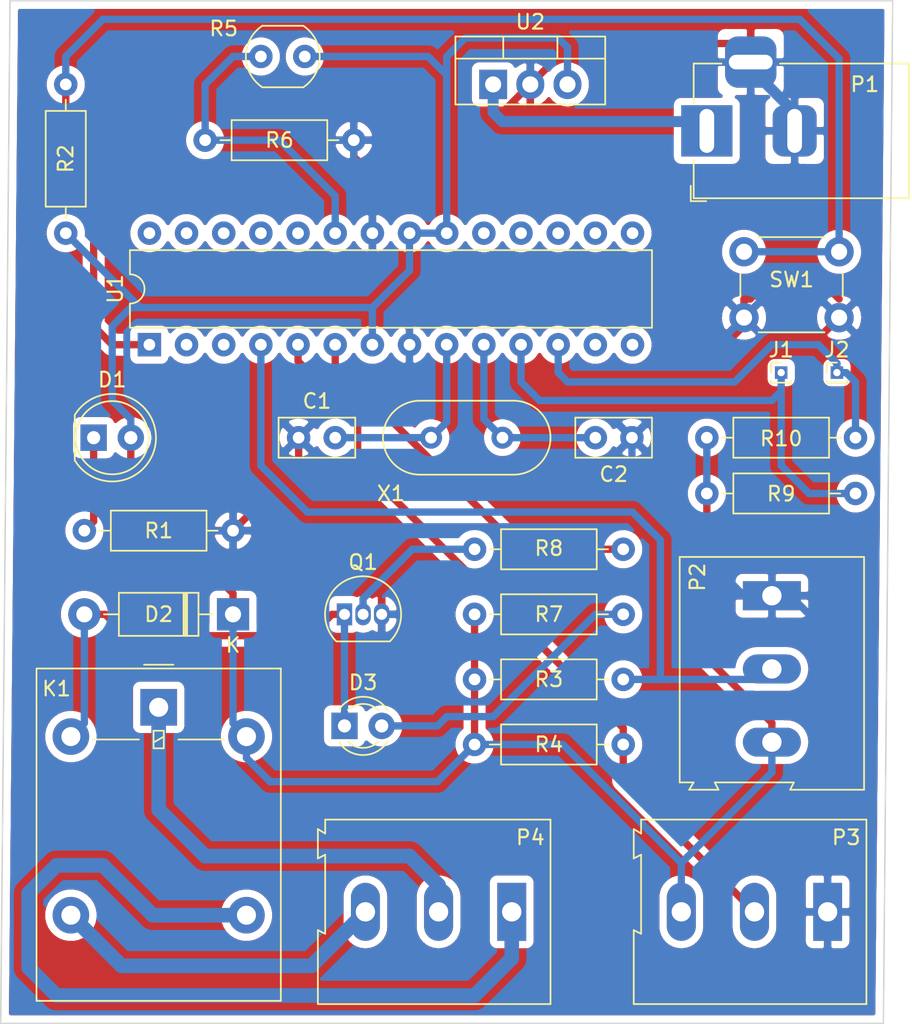
<source format=kicad_pcb>
(kicad_pcb (version 20221018) (generator pcbnew)
  (title_block (title "ARDUMINI") (date "2021-07-30") (rev "2") (company "LUCAS MARTÍN TRESER"))
  (layers (0 "F.Cu" signal) (31 "B.Cu" signal) (34 "B.Paste" user) (35 "F.Paste" user) (36 "B.SilkS" user "B.Silkscreen") (37 "F.SilkS" user "F.Silkscreen") (38 "B.Mask" user) (39 "F.Mask" user) (44 "Edge.Cuts" user))
  (net 0 "")
  (net 1 "Net-(C1-Pad2)")
  (net 2 "GND")
  (net 3 "Net-(C2-Pad2)")
  (net 4 "+5V")
  (net 5 "Net-(D1-Pad1)")
  (net 6 "Net-(D2-Pad2)")
  (net 7 "Net-(D3-Pad2)")
  (net 8 "Net-(K1-Pad4)")
  (net 9 "Net-(K1-Pad3)")
  (net 10 "Net-(K1-Pad1)")
  (net 11 "Net-(P1-Pad1)")
  (net 12 "/D2")
  (net 13 "/D3")
  (net 14 "Net-(Q1-Pad2)")
  (net 15 "Net-(R2-Pad2)")
  (net 16 "/A0")
  (net 17 "/D4")
  (net 18 "Net-(U1-Pad28)")
  (net 19 "Net-(U1-Pad14)")
  (net 20 "Net-(U1-Pad27)")
  (net 21 "Net-(U1-Pad13)")
  (net 22 "Net-(U1-Pad26)")
  (net 23 "Net-(U1-Pad25)")
  (net 24 "Net-(U1-Pad24)")
  (net 25 "Net-(U1-Pad19)")
  (net 26 "Net-(U1-Pad18)")
  (net 27 "Net-(U1-Pad17)")
  (net 28 "Net-(U1-Pad3)")
  (net 29 "Net-(U1-Pad16)")
  (net 30 "Net-(U1-Pad2)")
  (net 31 "Net-(U1-Pad15)")
  (net 32 "/D5")
  (net 33 "/D6")
  (footprint "Capacitor_THT:C_Disc_D5.0mm_W2.5mm_P2.50mm" (layer "F.Cu") (at 69.255 94.615)
    (fp_text reference "C1" (at 1.25 -2.5) (layer "F.SilkS"))
    (fp_text value "22pF")
    (fp_line (start -1.37 -1.37) (end -1.37 1.37) (stroke (width 0.12)) (layer "F.SilkS"))
    (fp_line (start -1.37 -1.37) (end 3.87 -1.37) (stroke (width 0.12)) (layer "F.SilkS"))
    (fp_line (start -1.37 1.37) (end 3.87 1.37) (stroke (width 0.12)) (layer "F.SilkS"))
    (fp_line (start 3.87 -1.37) (end 3.87 1.37) (stroke (width 0.12)) (layer "F.SilkS"))
    (pad "1" thru_hole circle (at 0 0) (size 1.6 1.6) (drill 0.8) (layers "*.Cu" "*.Mask") (net 2 "GND"))
    (pad "2" thru_hole circle (at 2.5 0) (size 1.6 1.6) (drill 0.8) (layers "*.Cu" "*.Mask") (net 1 "Net-(C1-Pad2)"))
  )
  (footprint "LED_THT:LED_D5.0mm" (layer "F.Cu") (at 55.245 94.615)
    (fp_text reference "D1" (at 1.27 -3.96) (layer "F.SilkS"))
    (fp_text value "LED ON")
    (fp_line (start -1.29 -1.545) (end -1.29 1.545) (stroke (width 0.12)) (layer "F.SilkS"))
    (fp_arc (start -1.29 -1.54483) (mid 2.072002 -2.880433) (end 4.26 0.000462) (stroke (width 0.12)) (layer "F.SilkS"))
    (fp_arc (start 4.26 -0.000462) (mid 2.072002 2.880433) (end -1.29 1.54483) (stroke (width 0.12)) (layer "F.SilkS"))
    (fp_circle (center 1.27 0) (end 3.77 0) (stroke (width 0.12)) (fill none) (layer "F.SilkS"))
    (pad "1" thru_hole rect (at 0 0) (size 1.8 1.8) (drill 0.9) (layers "*.Cu" "*.Mask") (net 5 "Net-(D1-Pad1)"))
    (pad "2" thru_hole circle (at 2.54 0) (size 1.8 1.8) (drill 0.9) (layers "*.Cu" "*.Mask") (net 4 "+5V"))
  )
  (footprint "Diode_THT:D_DO-41_SOD81_P10.16mm_Horizontal" (layer "F.Cu") (at 64.77 106.68 180)
    (fp_text reference "D2" (at 5.08 0) (layer "F.SilkS"))
    (fp_text value "1N4007")
    (fp_text user "K" (at 0 -2.1) (layer "F.SilkS"))
    (fp_line (start 1.34 0) (end 2.36 0) (stroke (width 0.12)) (layer "F.SilkS"))
    (fp_line (start 2.36 -1.47) (end 2.36 1.47) (stroke (width 0.12)) (layer "F.SilkS"))
    (fp_line (start 2.36 1.47) (end 7.8 1.47) (stroke (width 0.12)) (layer "F.SilkS"))
    (fp_line (start 3.14 -1.47) (end 3.14 1.47) (stroke (width 0.12)) (layer "F.SilkS"))
    (fp_line (start 3.26 -1.47) (end 3.26 1.47) (stroke (width 0.12)) (layer "F.SilkS"))
    (fp_line (start 3.38 -1.47) (end 3.38 1.47) (stroke (width 0.12)) (layer "F.SilkS"))
    (fp_line (start 7.8 -1.47) (end 2.36 -1.47) (stroke (width 0.12)) (layer "F.SilkS"))
    (fp_line (start 7.8 1.47) (end 7.8 -1.47) (stroke (width 0.12)) (layer "F.SilkS"))
    (fp_line (start 8.82 0) (end 7.8 0) (stroke (width 0.12)) (layer "F.SilkS"))
    (pad "1" thru_hole rect (at 0 0 180) (size 2.2 2.2) (drill 1.1) (layers "*.Cu" "*.Mask") (net 4 "+5V"))
    (pad "2" thru_hole oval (at 10.16 0 180) (size 2.2 2.2) (drill 1.1) (layers "*.Cu" "*.Mask") (net 6 "Net-(D2-Pad2)"))
  )
  (footprint "LED_THT:LED_D3.0mm" (layer "F.Cu") (at 72.39 114.3)
    (fp_text reference "D3" (at 1.27 -2.96) (layer "F.SilkS"))
    (fp_text value "LED")
    (fp_line (start -0.29 -1.236) (end -0.29 -1.08) (stroke (width 0.12)) (layer "F.SilkS"))
    (fp_line (start -0.29 1.08) (end -0.29 1.236) (stroke (width 0.12)) (layer "F.SilkS"))
    (fp_arc (start -0.29 -1.235516) (mid 1.366487 -1.987659) (end 2.942335 -1.078608) (stroke (width 0.12)) (layer "F.SilkS"))
    (fp_arc (start 0.229039 -1.08) (mid 1.270117 -1.5) (end 2.31113 -1.079837) (stroke (width 0.12)) (layer "F.SilkS"))
    (fp_arc (start 2.31113 1.079837) (mid 1.270117 1.5) (end 0.229039 1.08) (stroke (width 0.12)) (layer "F.SilkS"))
    (fp_arc (start 2.942335 1.078608) (mid 1.366487 1.987659) (end -0.29 1.235516) (stroke (width 0.12)) (layer "F.SilkS"))
    (pad "1" thru_hole rect (at 0 0) (size 1.8 1.8) (drill 0.9) (layers "*.Cu" "*.Mask") (net 6 "Net-(D2-Pad2)"))
    (pad "2" thru_hole circle (at 2.54 0) (size 1.8 1.8) (drill 0.9) (layers "*.Cu" "*.Mask") (net 7 "Net-(D3-Pad2)"))
  )
  (footprint "Connector_PinHeader_1.00mm:PinHeader_1x01_P1.00mm_Vertical" (layer "F.Cu") (at 102.235 90.17)
    (fp_text reference "J1" (at 0 -1.56) (layer "F.SilkS"))
    (fp_text value "D5")
    (fp_line (start -0.695 -0.685) (end 0 -0.685) (stroke (width 0.12)) (layer "F.SilkS"))
    (fp_line (start -0.695 0) (end -0.695 -0.685) (stroke (width 0.12)) (layer "F.SilkS"))
    (fp_line (start -0.695 0.685) (end -0.695 0.56) (stroke (width 0.12)) (layer "F.SilkS"))
    (fp_line (start -0.695 0.685) (end -0.608276 0.685) (stroke (width 0.12)) (layer "F.SilkS"))
    (fp_line (start -0.695 0.685) (end 0.695 0.685) (stroke (width 0.12)) (layer "F.SilkS"))
    (fp_line (start 0.608276 0.685) (end 0.695 0.685) (stroke (width 0.12)) (layer "F.SilkS"))
    (fp_line (start 0.695 0.685) (end 0.695 0.56) (stroke (width 0.12)) (layer "F.SilkS"))
    (pad "1" thru_hole rect (at 0 0) (size 0.85 0.85) (drill 0.5) (layers "*.Cu" "*.Mask") (net 32 "/D5"))
  )
  (footprint "Connector_PinHeader_1.00mm:PinHeader_1x01_P1.00mm_Vertical" (layer "F.Cu") (at 106.045 90.17)
    (fp_text reference "J2" (at 0 -1.56) (layer "F.SilkS"))
    (fp_text value "D6")
    (fp_line (start -0.695 -0.685) (end 0 -0.685) (stroke (width 0.12)) (layer "F.SilkS"))
    (fp_line (start -0.695 0) (end -0.695 -0.685) (stroke (width 0.12)) (layer "F.SilkS"))
    (fp_line (start -0.695 0.685) (end -0.695 0.56) (stroke (width 0.12)) (layer "F.SilkS"))
    (fp_line (start -0.695 0.685) (end -0.608276 0.685) (stroke (width 0.12)) (layer "F.SilkS"))
    (fp_line (start -0.695 0.685) (end 0.695 0.685) (stroke (width 0.12)) (layer "F.SilkS"))
    (fp_line (start 0.608276 0.685) (end 0.695 0.685) (stroke (width 0.12)) (layer "F.SilkS"))
    (fp_line (start 0.695 0.685) (end 0.695 0.56) (stroke (width 0.12)) (layer "F.SilkS"))
    (pad "1" thru_hole rect (at 0 0) (size 0.85 0.85) (drill 0.5) (layers "*.Cu" "*.Mask") (net 33 "/D6"))
  )
  (footprint "Relay_THT:Relay_SPDT_Omron-G5LE-1" (layer "F.Cu") (at 59.69 113.03)
    (fp_text reference "K1" (at -6.985 -1.27) (layer "F.SilkS"))
    (fp_text value "G5LE-1")
    (fp_line (start -8.35 -2.65) (end -8.35 20.05) (stroke (width 0.12)) (layer "F.SilkS"))
    (fp_line (start -8.35 20.05) (end 8.35 20.05) (stroke (width 0.12)) (layer "F.SilkS"))
    (fp_line (start -4.5 2.2) (end -1.35 2.2) (stroke (width 0.12)) (layer "F.SilkS"))
    (fp_line (start -1 -2.91) (end 1 -2.91) (stroke (width 0.12)) (layer "F.SilkS"))
    (fp_line (start -0.35 1.6) (end -0.35 2.8) (stroke (width 0.12)) (layer "F.SilkS"))
    (fp_line (start -0.35 2.4) (end 0.35 2) (stroke (width 0.12)) (layer "F.SilkS"))
    (fp_line (start -0.35 2.8) (end 0.35 2.8) (stroke (width 0.12)) (layer "F.SilkS"))
    (fp_line (start 0.35 1.6) (end -0.35 1.6) (stroke (width 0.12)) (layer "F.SilkS"))
    (fp_line (start 0.35 2.8) (end 0.35 1.6) (stroke (width 0.12)) (layer "F.SilkS"))
    (fp_line (start 1.35 2.2) (end 4.5 2.2) (stroke (width 0.12)) (layer "F.SilkS"))
    (fp_line (start 8.35 -2.65) (end -8.35 -2.65) (stroke (width 0.12)) (layer "F.SilkS"))
    (fp_line (start 8.35 20.05) (end 8.35 -2.65) (stroke (width 0.12)) (layer "F.SilkS"))
    (pad "1" thru_hole rect (at 0 0) (size 2.5 2.5) (drill 1.3) (layers "*.Cu" "*.Mask") (net 10 "Net-(K1-Pad1)"))
    (pad "2" thru_hole oval (at -6 2) (size 2.5 2.5) (drill 1.3) (layers "*.Cu" "*.Mask") (net 6 "Net-(D2-Pad2)"))
    (pad "3" thru_hole oval (at -6 14.2) (size 2.5 2.5) (drill 1.3) (layers "*.Cu" "*.Mask") (net 9 "Net-(K1-Pad3)"))
    (pad "4" thru_hole oval (at 6 14.2) (size 2.5 2.5) (drill 1.3) (layers "*.Cu" "*.Mask") (net 8 "Net-(K1-Pad4)"))
    (pad "5" thru_hole oval (at 6 2) (size 2.5 2.5) (drill 1.3) (layers "*.Cu" "*.Mask") (net 4 "+5V"))
  )
  (footprint "Connector_BarrelJack:BarrelJack_Horizontal" (layer "F.Cu") (at 97.155 73.66 180)
    (fp_text reference "P1" (at -10.795 3.175) (layer "F.SilkS"))
    (fp_text value "POWER")
    (fp_line (start -13.8 -4.6) (end 0.9 -4.6) (stroke (width 0.12)) (layer "F.SilkS"))
    (fp_line (start -13.8 4.6) (end -13.8 -4.6) (stroke (width 0.12)) (layer "F.SilkS"))
    (fp_line (start -5 4.6) (end -13.8 4.6) (stroke (width 0.12)) (layer "F.SilkS"))
    (fp_line (start 0.05 -4.8) (end 1.1 -4.8) (stroke (width 0.12)) (layer "F.SilkS"))
    (fp_line (start 0.9 -4.6) (end 0.9 -2) (stroke (width 0.12)) (layer "F.SilkS"))
    (fp_line (start 0.9 1.9) (end 0.9 4.6) (stroke (width 0.12)) (layer "F.SilkS"))
    (fp_line (start 0.9 4.6) (end -1 4.6) (stroke (width 0.12)) (layer "F.SilkS"))
    (fp_line (start 1.1 -3.75) (end 1.1 -4.8) (stroke (width 0.12)) (layer "F.SilkS"))
    (pad "1" thru_hole rect (at 0 0 180) (size 3.5 3.5) (drill oval 1 3) (layers "*.Cu" "*.Mask") (net 11 "Net-(P1-Pad1)"))
    (pad "2" thru_hole roundrect (at -6 0 180) (size 3 3.5) (drill oval 1 3) (layers "*.Cu" "*.Mask") (net 2 "GND"))
    (pad "3" thru_hole roundrect (at -3 4.7 180) (size 3.5 3.5) (drill oval 3 1) (layers "*.Cu" "*.Mask") (net 2 "GND"))
  )
  (footprint "TerminalBlock:TerminalBlock_Altech_AK300-3_P5.00mm" (layer "F.Cu") (at 101.6 105.41 -90)
    (fp_text reference "P2" (at -1.27 5.08 90) (layer "F.SilkS"))
    (fp_text value "DS18B20")
    (fp_line (start -2.65 -6.3) (end -2.65 6.3) (stroke (width 0.12)) (layer "F.SilkS"))
    (fp_line (start -2.65 6.3) (end 12.75 6.3) (stroke (width 0.12)) (layer "F.SilkS"))
    (fp_line (start 12.75 -1.5) (end 13.25 -1.25) (stroke (width 0.12)) (layer "F.SilkS"))
    (fp_line (start 12.75 3.9) (end 12.75 -1.5) (stroke (width 0.12)) (layer "F.SilkS"))
    (fp_line (start 12.75 5.35) (end 13.25 5.65) (stroke (width 0.12)) (layer "F.SilkS"))
    (fp_line (start 12.75 6.3) (end 12.75 5.35) (stroke (width 0.12)) (layer "F.SilkS"))
    (fp_line (start 13.25 -6.3) (end -2.65 -6.3) (stroke (width 0.12)) (layer "F.SilkS"))
    (fp_line (start 13.25 -1.25) (end 13.25 -6.3) (stroke (width 0.12)) (layer "F.SilkS"))
    (fp_line (start 13.25 3.65) (end 12.75 3.9) (stroke (width 0.12)) (layer "F.SilkS"))
    (fp_line (start 13.25 5.65) (end 13.25 3.65) (stroke (width 0.12)) (layer "F.SilkS"))
    (pad "1" thru_hole rect (at 0 0 270) (size 1.98 3.96) (drill 1.32) (layers "*.Cu" "*.Mask") (net 2 "GND"))
    (pad "2" thru_hole oval (at 5 0 270) (size 1.98 3.96) (drill 1.32) (layers "*.Cu" "*.Mask") (net 12 "/D2"))
    (pad "3" thru_hole oval (at 10 0 270) (size 1.98 3.96) (drill 1.32) (layers "*.Cu" "*.Mask") (net 4 "+5V"))
  )
  (footprint "TerminalBlock:TerminalBlock_Altech_AK300-3_P5.00mm" (layer "F.Cu") (at 83.82 127 180)
    (fp_text reference "P4" (at -1.27 5.08) (layer "F.SilkS"))
    (fp_text value "RELAY")
    (fp_line (start -2.65 -6.3) (end -2.65 6.3) (stroke (width 0.12)) (layer "F.SilkS"))
    (fp_line (start -2.65 6.3) (end 12.75 6.3) (stroke (width 0.12)) (layer "F.SilkS"))
    (fp_line (start 12.75 -1.5) (end 13.25 -1.25) (stroke (width 0.12)) (layer "F.SilkS"))
    (fp_line (start 12.75 3.9) (end 12.75 -1.5) (stroke (width 0.12)) (layer "F.SilkS"))
    (fp_line (start 12.75 5.35) (end 13.25 5.65) (stroke (width 0.12)) (layer "F.SilkS"))
    (fp_line (start 12.75 6.3) (end 12.75 5.35) (stroke (width 0.12)) (layer "F.SilkS"))
    (fp_line (start 13.25 -6.3) (end -2.65 -6.3) (stroke (width 0.12)) (layer "F.SilkS"))
    (fp_line (start 13.25 -1.25) (end 13.25 -6.3) (stroke (width 0.12)) (layer "F.SilkS"))
    (fp_line (start 13.25 3.65) (end 12.75 3.9) (stroke (width 0.12)) (layer "F.SilkS"))
    (fp_line (start 13.25 5.65) (end 13.25 3.65) (stroke (width 0.12)) (layer "F.SilkS"))
    (pad "1" thru_hole rect (at 0 0 180) (size 1.98 3.96) (drill 1.32) (layers "*.Cu" "*.Mask") (net 8 "Net-(K1-Pad4)"))
    (pad "2" thru_hole oval (at 5 0 180) (size 1.98 3.96) (drill 1.32) (layers "*.Cu" "*.Mask") (net 10 "Net-(K1-Pad1)"))
    (pad "3" thru_hole oval (at 10 0 180) (size 1.98 3.96) (drill 1.32) (layers "*.Cu" "*.Mask") (net 9 "Net-(K1-Pad3)"))
  )
  (footprint "Package_TO_SOT_THT:TO-92_Inline" (layer "F.Cu") (at 72.39 106.68)
    (fp_text reference "Q1" (at 1.27 -3.56) (layer "F.SilkS"))
    (fp_text value "BC548")
    (fp_line (start -0.53 1.85) (end 3.07 1.85) (stroke (width 0.12)) (layer "F.SilkS"))
    (fp_arc (start -0.568478 1.838478) (mid -1.132087 -0.994977) (end 1.27 -2.6) (stroke (width 0.12)) (layer "F.SilkS"))
    (fp_arc (start 1.27 -2.6) (mid 3.672087 -0.994977) (end 3.108478 1.838478) (stroke (width 0.12)) (layer "F.SilkS"))
    (pad "1" thru_hole rect (at 0 0) (size 1.05 1.5) (drill 0.75) (layers "*.Cu" "*.Mask") (net 6 "Net-(D2-Pad2)"))
    (pad "2" thru_hole oval (at 1.27 0) (size 1.05 1.5) (drill 0.75) (layers "*.Cu" "*.Mask") (net 14 "Net-(Q1-Pad2)"))
    (pad "3" thru_hole oval (at 2.54 0) (size 1.05 1.5) (drill 0.75) (layers "*.Cu" "*.Mask") (net 2 "GND"))
  )
  (footprint "Resistor_THT:R_Axial_DIN0207_L6.3mm_D2.5mm_P10.16mm_Horizontal" (layer "F.Cu") (at 54.61 100.965)
    (fp_text reference "R1" (at 5.08 0) (layer "F.SilkS"))
    (fp_text value "1k")
    (fp_line (start 1.04 0) (end 1.81 0) (stroke (width 0.12)) (layer "F.SilkS"))
    (fp_line (start 1.81 -1.37) (end 1.81 1.37) (stroke (width 0.12)) (layer "F.SilkS"))
    (fp_line (start 1.81 1.37) (end 8.35 1.37) (stroke (width 0.12)) (layer "F.SilkS"))
    (fp_line (start 8.35 -1.37) (end 1.81 -1.37) (stroke (width 0.12)) (layer "F.SilkS"))
    (fp_line (start 8.35 1.37) (end 8.35 -1.37) (stroke (width 0.12)) (layer "F.SilkS"))
    (fp_line (start 9.12 0) (end 8.35 0) (stroke (width 0.12)) (layer "F.SilkS"))
    (pad "1" thru_hole circle (at 0 0) (size 1.6 1.6) (drill 0.8) (layers "*.Cu" "*.Mask") (net 5 "Net-(D1-Pad1)"))
    (pad "2" thru_hole oval (at 10.16 0) (size 1.6 1.6) (drill 0.8) (layers "*.Cu" "*.Mask") (net 2 "GND"))
  )
  (footprint "Resistor_THT:R_Axial_DIN0207_L6.3mm_D2.5mm_P10.16mm_Horizontal" (layer "F.Cu") (at 53.34 80.645 90)
    (fp_text reference "R2" (at 5.08 0 90) (layer "F.SilkS"))
    (fp_text value "10k")
    (fp_line (start 1.04 0) (end 1.81 0) (stroke (width 0.12)) (layer "F.SilkS"))
    (fp_line (start 1.81 -1.37) (end 1.81 1.37) (stroke (width 0.12)) (layer "F.SilkS"))
    (fp_line (start 1.81 1.37) (end 8.35 1.37) (stroke (width 0.12)) (layer "F.SilkS"))
    (fp_line (start 8.35 -1.37) (end 1.81 -1.37) (stroke (width 0.12)) (layer "F.SilkS"))
    (fp_line (start 8.35 1.37) (end 8.35 -1.37) (stroke (width 0.12)) (layer "F.SilkS"))
    (fp_line (start 9.12 0) (end 8.35 0) (stroke (width 0.12)) (layer "F.SilkS"))
    (pad "1" thru_hole circle (at 0 0 90) (size 1.6 1.6) (drill 0.8) (layers "*.Cu" "*.Mask") (net 4 "+5V"))
    (pad "2" thru_hole oval (at 10.16 0 90) (size 1.6 1.6) (drill 0.8) (layers "*.Cu" "*.Mask") (net 15 "Net-(R2-Pad2)"))
  )
  (footprint "Resistor_THT:R_Axial_DIN0207_L6.3mm_D2.5mm_P10.16mm_Horizontal" (layer "F.Cu") (at 81.28 111.125)
    (fp_text reference "R3" (at 5.08 0) (layer "F.SilkS"))
    (fp_text value "4k7")
    (fp_line (start 1.04 0) (end 1.81 0) (stroke (width 0.12)) (layer "F.SilkS"))
    (fp_line (start 1.81 -1.37) (end 1.81 1.37) (stroke (width 0.12)) (layer "F.SilkS"))
    (fp_line (start 1.81 1.37) (end 8.35 1.37) (stroke (width 0.12)) (layer "F.SilkS"))
    (fp_line (start 8.35 -1.37) (end 1.81 -1.37) (stroke (width 0.12)) (layer "F.SilkS"))
    (fp_line (start 8.35 1.37) (end 8.35 -1.37) (stroke (width 0.12)) (layer "F.SilkS"))
    (fp_line (start 9.12 0) (end 8.35 0) (stroke (width 0.12)) (layer "F.SilkS"))
    (pad "1" thru_hole circle (at 0 0) (size 1.6 1.6) (drill 0.8) (layers "*.Cu" "*.Mask") (net 4 "+5V"))
    (pad "2" thru_hole oval (at 10.16 0) (size 1.6 1.6) (drill 0.8) (layers "*.Cu" "*.Mask") (net 12 "/D2"))
  )
  (footprint "Resistor_THT:R_Axial_DIN0207_L6.3mm_D2.5mm_P10.16mm_Horizontal" (layer "F.Cu") (at 81.28 115.57)
    (fp_text reference "R4" (at 5.08 0) (layer "F.SilkS"))
    (fp_text value "4k7")
    (fp_line (start 1.04 0) (end 1.81 0) (stroke (width 0.12)) (layer "F.SilkS"))
    (fp_line (start 1.81 -1.37) (end 1.81 1.37) (stroke (width 0.12)) (layer "F.SilkS"))
    (fp_line (start 1.81 1.37) (end 8.35 1.37) (stroke (width 0.12)) (layer "F.SilkS"))
    (fp_line (start 8.35 -1.37) (end 1.81 -1.37) (stroke (width 0.12)) (layer "F.SilkS"))
    (fp_line (start 8.35 1.37) (end 8.35 -1.37) (stroke (width 0.12)) (layer "F.SilkS"))
    (fp_line (start 9.12 0) (end 8.35 0) (stroke (width 0.12)) (layer "F.SilkS"))
    (pad "1" thru_hole circle (at 0 0) (size 1.6 1.6) (drill 0.8) (layers "*.Cu" "*.Mask") (net 4 "+5V"))
    (pad "2" thru_hole oval (at 10.16 0) (size 1.6 1.6) (drill 0.8) (layers "*.Cu" "*.Mask") (net 13 "/D3"))
  )
  (footprint "OptoDevice:R_LDR_5.0x4.1mm_P3mm_Vertical" (layer "F.Cu") (at 69.675 68.58 180)
    (fp_text reference "R5" (at 5.54 1.905) (layer "F.SilkS"))
    (fp_text value "LDR")
    (fp_line (start 0.1 -2.1) (end 2.9 -2.1) (stroke (width 0.12)) (layer "F.SilkS"))
    (fp_line (start 0.1 2.1) (end 2.9 2.1) (stroke (width 0.12)) (layer "F.SilkS"))
    (fp_arc (start 0.1 2.1) (mid -1.023872 -0.008372) (end 0.113963 -2.109242) (stroke (width 0.12)) (layer "F.SilkS"))
    (fp_arc (start 2.9 -2.1) (mid 4.023872 0.008372) (end 2.886037 2.109242) (stroke (width 0.12)) (layer "F.SilkS"))
    (pad "1" thru_hole circle (at 0 0 180) (size 1.6 1.6) (drill 0.8) (layers "*.Cu" "*.Mask") (net 4 "+5V"))
    (pad "2" thru_hole circle (at 3 0 180) (size 1.6 1.6) (drill 0.8) (layers "*.Cu" "*.Mask") (net 16 "/A0"))
  )
  (footprint "Resistor_THT:R_Axial_DIN0207_L6.3mm_D2.5mm_P10.16mm_Horizontal" (layer "F.Cu") (at 81.28 106.68)
    (fp_text reference "R7" (at 5.08 0) (layer "F.SilkS"))
    (fp_text value "1k")
    (fp_line (start 1.04 0) (end 1.81 0) (stroke (width 0.12)) (layer "F.SilkS"))
    (fp_line (start 1.81 -1.37) (end 1.81 1.37) (stroke (width 0.12)) (layer "F.SilkS"))
    (fp_line (start 1.81 1.37) (end 8.35 1.37) (stroke (width 0.12)) (layer "F.SilkS"))
    (fp_line (start 8.35 -1.37) (end 1.81 -1.37) (stroke (width 0.12)) (layer "F.SilkS"))
    (fp_line (start 8.35 1.37) (end 8.35 -1.37) (stroke (width 0.12)) (layer "F.SilkS"))
    (fp_line (start 9.12 0) (end 8.35 0) (stroke (width 0.12)) (layer "F.SilkS"))
    (pad "1" thru_hole circle (at 0 0) (size 1.6 1.6) (drill 0.8) (layers "*.Cu" "*.Mask") (net 4 "+5V"))
    (pad "2" thru_hole oval (at 10.16 0) (size 1.6 1.6) (drill 0.8) (layers "*.Cu" "*.Mask") (net 7 "Net-(D3-Pad2)"))
  )
  (footprint "Resistor_THT:R_Axial_DIN0207_L6.3mm_D2.5mm_P10.16mm_Horizontal" (layer "F.Cu") (at 81.28 102.235)
    (fp_text reference "R8" (at 5.08 -0.065) (layer "F.SilkS"))
    (fp_text value "3k3")
    (fp_line (start 1.04 0) (end 1.81 0) (stroke (width 0.12)) (layer "F.SilkS"))
    (fp_line (start 1.81 -1.37) (end 1.81 1.37) (stroke (width 0.12)) (layer "F.SilkS"))
    (fp_line (start 1.81 1.37) (end 8.35 1.37) (stroke (width 0.12)) (layer "F.SilkS"))
    (fp_line (start 8.35 -1.37) (end 1.81 -1.37) (stroke (width 0.12)) (layer "F.SilkS"))
    (fp_line (start 8.35 1.37) (end 8.35 -1.37) (stroke (width 0.12)) (layer "F.SilkS"))
    (fp_line (start 9.12 0) (end 8.35 0) (stroke (width 0.12)) (layer "F.SilkS"))
    (pad "1" thru_hole circle (at 0 0) (size 1.6 1.6) (drill 0.8) (layers "*.Cu" "*.Mask") (net 14 "Net-(Q1-Pad2)"))
    (pad "2" thru_hole oval (at 10.16 0) (size 1.6 1.6) (drill 0.8) (layers "*.Cu" "*.Mask") (net 17 "/D4"))
  )
  (footprint "Resistor_THT:R_Axial_DIN0207_L6.3mm_D2.5mm_P10.16mm_Horizontal" (layer "F.Cu") (at 97.155 94.615)
    (fp_text reference "R10" (at 5.08 0.065) (layer "F.SilkS"))
    (fp_text value "10k")
    (fp_line (start 1.04 0) (end 1.81 0) (stroke (width 0.12)) (layer "F.SilkS"))
    (fp_line (start 1.81 -1.37) (end 1.81 1.37) (stroke (width 0.12)) (layer "F.SilkS"))
    (fp_line (start 1.81 1.37) (end 8.35 1.37) (stroke (width 0.12)) (layer "F.SilkS"))
    (fp_line (start 8.35 -1.37) (end 1.81 -1.37) (stroke (width 0.12)) (layer "F.SilkS"))
    (fp_line (start 8.35 1.37) (end 8.35 -1.37) (stroke (width 0.12)) (layer "F.SilkS"))
    (fp_line (start 9.12 0) (end 8.35 0) (stroke (width 0.12)) (layer "F.SilkS"))
    (pad "1" thru_hole circle (at 0 0) (size 1.6 1.6) (drill 0.8) (layers "*.Cu" "*.Mask") (net 4 "+5V"))
    (pad "2" thru_hole oval (at 10.16 0) (size 1.6 1.6) (drill 0.8) (layers "*.Cu" "*.Mask") (net 33 "/D6"))
  )
  (footprint "Button_Switch_THT:SW_PUSH_6mm_H5mm" (layer "F.Cu") (at 99.695 81.915)
    (fp_text reference "SW1" (at 3.25 1.905) (layer "F.SilkS"))
    (fp_text value "RESET")
    (fp_line (start -0.25 1.5) (end -0.25 3) (stroke (width 0.12)) (layer "F.SilkS"))
    (fp_line (start 1 5.5) (end 5.5 5.5) (stroke (width 0.12)) (layer "F.SilkS"))
    (fp_line (start 5.5 -1) (end 1 -1) (stroke (width 0.12)) (layer "F.SilkS"))
    (fp_line (start 6.75 3) (end 6.75 1.5) (stroke (width 0.12)) (layer "F.SilkS"))
    (pad "1" thru_hole circle (at 0 0 90) (size 2 2) (drill 1.1) (layers "*.Cu" "*.Mask") (net 15 "Net-(R2-Pad2)"))
    (pad "1" thru_hole circle (at 6.5 0 90) (size 2 2) (drill 1.1) (layers "*.Cu" "*.Mask") (net 15 "Net-(R2-Pad2)"))
    (pad "2" thru_hole circle (at 0 4.5 90) (size 2 2) (drill 1.1) (layers "*.Cu" "*.Mask") (net 2 "GND"))
    (pad "2" thru_hole circle (at 6.5 4.5 90) (size 2 2) (drill 1.1) (layers "*.Cu" "*.Mask") (net 2 "GND"))
  )
  (footprint "Package_DIP:DIP-28_W7.62mm" (layer "F.Cu") (at 59.055 88.265 90)
    (fp_text reference "U1" (at 3.81 -2.33 90) (layer "F.SilkS"))
    (fp_text value "ATmega328-PU")
    (fp_line (start 1.16 -1.33) (end 1.16 34.35) (stroke (width 0.12)) (layer "F.SilkS"))
    (fp_line (start 1.16 34.35) (end 6.46 34.35) (stroke (width 0.12)) (layer "F.SilkS"))
    (fp_line (start 2.81 -1.33) (end 1.16 -1.33) (stroke (width 0.12)) (layer "F.SilkS"))
    (fp_line (start 6.46 -1.33) (end 4.81 -1.33) (stroke (width 0.12)) (layer "F.SilkS"))
    (fp_line (start 6.46 34.35) (end 6.46 -1.33) (stroke (width 0.12)) (layer "F.SilkS"))
    (fp_arc (start 4.81 -1.33) (mid 3.81 -0.33) (end 2.81 -1.33) (stroke (width 0.12)) (layer "F.SilkS"))
    (pad "1" thru_hole rect (at 0 0 90) (size 1.6 1.6) (drill 0.8) (layers "*.Cu" "*.Mask") (net 15 "Net-(R2-Pad2)"))
    (pad "2" thru_hole oval (at 0 2.54 90) (size 1.6 1.6) (drill 0.8) (layers "*.Cu" "*.Mask") (net 30 "Net-(U1-Pad2)"))
    (pad "3" thru_hole oval (at 0 5.08 90) (size 1.6 1.6) (drill 0.8) (layers "*.Cu" "*.Mask") (net 28 "Net-(U1-Pad3)"))
    (pad "4" thru_hole oval (at 0 7.62 90) (size 1.6 1.6) (drill 0.8) (layers "*.Cu" "*.Mask") (net 12 "/D2"))
    (pad "5" thru_hole oval (at 0 10.16 90) (size 1.6 1.6) (drill 0.8) (layers "*.Cu" "*.Mask") (net 13 "/D3"))
    (pad "6" thru_hole oval (at 0 12.7 90) (size 1.6 1.6) (drill 0.8) (layers "*.Cu" "*.Mask") (net 17 "/D4"))
    (pad "7" thru_hole oval (at 0 15.24 90) (size 1.6 1.6) (drill 0.8) (layers "*.Cu" "*.Mask") (net 4 "+5V"))
    (pad "8" thru_hole oval (at 0 17.78 90) (size 1.6 1.6) (drill 0.8) (layers "*.Cu" "*.Mask") (net 2 "GND"))
    (pad "9" thru_hole oval (at 0 20.32 90) (size 1.6 1.6) (drill 0.8) (layers "*.Cu" "*.Mask") (net 1 "Net-(C1-Pad2)"))
    (pad "10" thru_hole oval (at 0 22.86 90) (size 1.6 1.6) (drill 0.8) (layers "*.Cu" "*.Mask") (net 3 "Net-(C2-Pad2)"))
    (pad "11" thru_hole oval (at 0 25.4 90) (size 1.6 1.6) (drill 0.8) (layers "*.Cu" "*.Mask") (net 32 "/D5"))
    (pad "12" thru_hole oval (at 0 27.94 90) (size 1.6 1.6) (drill 0.8) (layers "*.Cu" "*.Mask") (net 33 "/D6"))
    (pad "13" thru_hole oval (at 0 30.48 90) (size 1.6 1.6) (drill 0.8) (layers "*.Cu" "*.Mask") (net 21 "Net-(U1-Pad13)"))
    (pad "14" thru_hole oval (at 0 33.02 90) (size 1.6 1.6) (drill 0.8) (layers "*.Cu" "*.Mask") (net 19 "Net-(U1-Pad14)"))
    (pad "15" thru_hole oval (at 7.62 33.02 90) (size 1.6 1.6) (drill 0.8) (layers "*.Cu" "*.Mask") (net 31 "Net-(U1-Pad15)"))
    (pad "16" thru_hole oval (at 7.62 30.48 90) (size 1.6 1.6) (drill 0.8) (layers "*.Cu" "*.Mask") (net 29 "Net-(U1-Pad16)"))
    (pad "17" thru_hole oval (at 7.62 27.94 90) (size 1.6 1.6) (drill 0.8) (layers "*.Cu" "*.Mask") (net 27 "Net-(U1-Pad17)"))
    (pad "18" thru_hole oval (at 7.62 25.4 90) (size 1.6 1.6) (drill 0.8) (layers "*.Cu" "*.Mask") (net 26 "Net-(U1-Pad18)"))
    (pad "19" thru_hole oval (at 7.62 22.86 90) (size 1.6 1.6) (drill 0.8) (layers "*.Cu" "*.Mask") (net 25 "Net-(U1-Pad19)"))
    (pad "20" thru_hole oval (at 7.62 20.32 90) (size 1.6 1.6) (drill 0.8) (layers "*.Cu" "*.Mask") (net 4 "+5V"))
    (pad "21" thru_hole oval (at 7.62 17.78 90) (size 1.6 1.6) (drill 0.8) (layers "*.Cu" "*.Mask") (net 4 "+5V"))
    (pad "22" thru_hole oval (at 7.62 15.24 90) (size 1.6 1.6) (drill 0.8) (layers "*.Cu" "*.Mask") (net 2 "GND"))
    (pad "23" thru_hole oval (at 7.62 12.7 90) (size 1.6 1.6) (drill 0.8) (layers "*.Cu" "*.Mask") (net 16 "/A0"))
    (pad "24" thru_hole oval (at 7.62 10.16 90) (size 1.6 1.6) (drill 0.8) (layers "*.Cu" "*.Mask") (net 24 "Net-(U1-Pad24)"))
    (pad "25" thru_hole oval (at 7.62 7.62 90) (size 1.6 1.6) (drill 0.8) (layers "*.Cu" "*.Mask") (net 23 "Net-(U1-Pad25)"))
    (pad "26" thru_hole oval (at 7.62 5.08 90) (size 1.6 1.6) (drill 0.8) (layers "*.Cu" "*.Mask") (net 22 "Net-(U1-Pad26)"))
    (pad "27" thru_hole oval (at 7.62 2.54 90) (size 1.6 1.6) (drill 0.8) (layers "*.Cu" "*.Mask") (net 20 "Net-(U1-Pad27)"))
    (pad "28" thru_hole oval (at 7.62 0 90) (size 1.6 1.6) (drill 0.8) (layers "*.Cu" "*.Mask") (net 18 "Net-(U1-Pad28)"))
  )
  (footprint "Package_TO_SOT_THT:TO-220-3_Vertical" (layer "F.Cu") (at 82.55 70.485)
    (fp_text reference "U2" (at 2.54 -4.27) (layer "F.SilkS"))
    (fp_text value "LM7805")
    (fp_line (start -2.58 -3.27) (end -2.58 1.371) (stroke (width 0.12)) (layer "F.SilkS"))
    (fp_line (start -2.58 -3.27) (end 7.66 -3.27) (stroke (width 0.12)) (layer "F.SilkS"))
    (fp_line (start -2.58 -1.76) (end 7.66 -1.76) (stroke (width 0.12)) (layer "F.SilkS"))
    (fp_line (start -2.58 1.371) (end 7.66 1.371) (stroke (width 0.12)) (layer "F.SilkS"))
    (fp_line (start 0.69 -3.27) (end 0.69 -1.76) (stroke (width 0.12)) (layer "F.SilkS"))
    (fp_line (start 4.391 -3.27) (end 4.391 -1.76) (stroke (width 0.12)) (layer "F.SilkS"))
    (fp_line (start 7.66 -3.27) (end 7.66 1.371) (stroke (width 0.12)) (layer "F.SilkS"))
    (pad "1" thru_hole rect (at 0 0) (size 1.905 2) (drill 1.1) (layers "*.Cu" "*.Mask") (net 11 "Net-(P1-Pad1)"))
    (pad "2" thru_hole oval (at 2.54 0) (size 1.905 2) (drill 1.1) (layers "*.Cu" "*.Mask") (net 2 "GND"))
    (pad "3" thru_hole oval (at 5.08 0) (size 1.905 2) (drill 1.1) (layers "*.Cu" "*.Mask") (net 4 "+5V"))
  )
  (footprint "Crystal:Crystal_HC49-4H_Vertical" (layer "F.Cu") (at 83.185 94.615 180)
    (fp_text reference "X1" (at 7.62 -3.81) (layer "F.SilkS"))
    (fp_text value "16MHz")
    (fp_line (start -0.76 -2.525) (end 5.64 -2.525) (stroke (width 0.12)) (layer "F.SilkS"))
    (fp_line (start -0.76 2.525) (end 5.64 2.525) (stroke (width 0.12)) (layer "F.SilkS"))
    (fp_arc (start -0.76 2.525) (mid -3.285 0) (end -0.76 -2.525) (stroke (width 0.12)) (layer "F.SilkS"))
    (fp_arc (start 5.64 -2.525) (mid 8.165 0) (end 5.64 2.525) (stroke (width 0.12)) (layer "F.SilkS"))
    (pad "1" thru_hole circle (at 0 0 180) (size 1.5 1.5) (drill 0.8) (layers "*.Cu" "*.Mask") (net 3 "Net-(C2-Pad2)"))
    (pad "2" thru_hole circle (at 4.88 0 180) (size 1.5 1.5) (drill 0.8) (layers "*.Cu" "*.Mask") (net 1 "Net-(C1-Pad2)"))
  )
  (footprint "Capacitor_THT:C_Disc_D5.0mm_W2.5mm_P2.50mm" (layer "F.Cu") (at 92.035 94.615 180)
    (fp_text reference "C2" (at 1.25 -2.5) (layer "F.SilkS"))
    (fp_text value "22pF")
    (fp_line (start -1.37 -1.37) (end -1.37 1.37) (stroke (width 0.12)) (layer "F.SilkS"))
    (fp_line (start -1.37 -1.37) (end 3.87 -1.37) (stroke (width 0.12)) (layer "F.SilkS"))
    (fp_line (start -1.37 1.37) (end 3.87 1.37) (stroke (width 0.12)) (layer "F.SilkS"))
    (fp_line (start 3.87 -1.37) (end 3.87 1.37) (stroke (width 0.12)) (layer "F.SilkS"))
    (pad "1" thru_hole circle (at 0 0 180) (size 1.6 1.6) (drill 0.8) (layers "*.Cu" "*.Mask") (net 2 "GND"))
    (pad "2" thru_hole circle (at 2.5 0 180) (size 1.6 1.6) (drill 0.8) (layers "*.Cu" "*.Mask") (net 3 "Net-(C2-Pad2)"))
  )
  (footprint "TerminalBlock:TerminalBlock_Altech_AK300-3_P5.00mm" (layer "F.Cu") (at 105.41 127 180)
    (fp_text reference "P3" (at -1.27 5.08) (layer "F.SilkS"))
    (fp_text value "DS18B20")
    (fp_line (start -2.65 -6.3) (end -2.65 6.3) (stroke (width 0.12)) (layer "F.SilkS"))
    (fp_line (start -2.65 6.3) (end 12.75 6.3) (stroke (width 0.12)) (layer "F.SilkS"))
    (fp_line (start 12.75 -1.5) (end 13.25 -1.25) (stroke (width 0.12)) (layer "F.SilkS"))
    (fp_line (start 12.75 3.9) (end 12.75 -1.5) (stroke (width 0.12)) (layer "F.SilkS"))
    (fp_line (start 12.75 5.35) (end 13.25 5.65) (stroke (width 0.12)) (layer "F.SilkS"))
    (fp_line (start 12.75 6.3) (end 12.75 5.35) (stroke (width 0.12)) (layer "F.SilkS"))
    (fp_line (start 13.25 -6.3) (end -2.65 -6.3) (stroke (width 0.12)) (layer "F.SilkS"))
    (fp_line (start 13.25 -1.25) (end 13.25 -6.3) (stroke (width 0.12)) (layer "F.SilkS"))
    (fp_line (start 13.25 3.65) (end 12.75 3.9) (stroke (width 0.12)) (layer "F.SilkS"))
    (fp_line (start 13.25 5.65) (end 13.25 3.65) (stroke (width 0.12)) (layer "F.SilkS"))
    (pad "1" thru_hole rect (at 0 0 180) (size 1.98 3.96) (drill 1.32) (layers "*.Cu" "*.Mask") (net 2 "GND"))
    (pad "2" thru_hole oval (at 5 0 180) (size 1.98 3.96) (drill 1.32) (layers "*.Cu" "*.Mask") (net 13 "/D3"))
    (pad "3" thru_hole oval (at 10 0 180) (size 1.98 3.96) (drill 1.32) (layers "*.Cu" "*.Mask") (net 4 "+5V"))
  )
  (footprint "Resistor_THT:R_Axial_DIN0207_L6.3mm_D2.5mm_P10.16mm_Horizontal" (layer "F.Cu") (at 97.155 98.425)
    (fp_text reference "R9" (at 5.08 0.025) (layer "F.SilkS"))
    (fp_text value "10k")
    (fp_line (start 1.04 0) (end 1.81 0) (stroke (width 0.12)) (layer "F.SilkS"))
    (fp_line (start 1.81 -1.37) (end 1.81 1.37) (stroke (width 0.12)) (layer "F.SilkS"))
    (fp_line (start 1.81 1.37) (end 8.35 1.37) (stroke (width 0.12)) (layer "F.SilkS"))
    (fp_line (start 8.35 -1.37) (end 1.81 -1.37) (stroke (width 0.12)) (layer "F.SilkS"))
    (fp_line (start 8.35 1.37) (end 8.35 -1.37) (stroke (width 0.12)) (layer "F.SilkS"))
    (fp_line (start 9.12 0) (end 8.35 0) (stroke (width 0.12)) (layer "F.SilkS"))
    (pad "1" thru_hole circle (at 0 0) (size 1.6 1.6) (drill 0.8) (layers "*.Cu" "*.Mask") (net 4 "+5V"))
    (pad "2" thru_hole oval (at 10.16 0) (size 1.6 1.6) (drill 0.8) (layers "*.Cu" "*.Mask") (net 32 "/D5"))
  )
  (footprint "Resistor_THT:R_Axial_DIN0207_L6.3mm_D2.5mm_P10.16mm_Horizontal" (layer "F.Cu") (at 62.865 74.295)
    (fp_text reference "R6" (at 5.08 0) (layer "F.SilkS"))
    (fp_text value "4k7")
    (fp_line (start 1.04 0) (end 1.81 0) (stroke (width 0.12)) (layer "F.SilkS"))
    (fp_line (start 1.81 -1.37) (end 1.81 1.37) (stroke (width 0.12)) (layer "F.SilkS"))
    (fp_line (start 1.81 1.37) (end 8.35 1.37) (stroke (width 0.12)) (layer "F.SilkS"))
    (fp_line (start 8.35 -1.37) (end 1.81 -1.37) (stroke (width 0.12)) (layer "F.SilkS"))
    (fp_line (start 8.35 1.37) (end 8.35 -1.37) (stroke (width 0.12)) (layer "F.SilkS"))
    (fp_line (start 9.12 0) (end 8.35 0) (stroke (width 0.12)) (layer "F.SilkS"))
    (pad "1" thru_hole circle (at 0 0) (size 1.6 1.6) (drill 0.8) (layers "*.Cu" "*.Mask") (net 16 "/A0"))
    (pad "2" thru_hole oval (at 10.16 0) (size 1.6 1.6) (drill 0.8) (layers "*.Cu" "*.Mask") (net 2 "GND"))
  )
  (gr_line (start 109.22 134.62) (end 48.895 134.62) (stroke (width 0.1)) (layer "Edge.Cuts"))
  (gr_line (start 49.53 64.77) (end 109.855 64.77) (stroke (width 0.1)) (layer "Edge.Cuts"))
  (gr_line (start 109.855 64.77) (end 109.22 134.62) (stroke (width 0.1)) (layer "Edge.Cuts"))
  (gr_line (start 48.895 134.62) (end 49.53 64.77) (stroke (width 0.1)) (layer "Edge.Cuts"))
  (segment (start 79.375 88.265) (end 79.375 93.545) (width 0.5) (layer "B.Cu") (net 1))
  (segment (start 78.305 94.615) (end 71.755 94.615) (width 0.5) (layer "B.Cu") (net 1))
  (segment (start 79.375 93.545) (end 78.305 94.615) (width 0.5) (layer "B.Cu") (net 1))
  (segment (start 99.695 86.955) (end 92.035 94.615) (width 0.5) (layer "F.Cu") (net 2))
  (segment (start 66.715 92.075) (end 69.255 94.615) (width 0.5) (layer "F.Cu") (net 2))
  (segment (start 85.09 70.485) (end 78.8847 76.6903) (width 0.5) (layer "F.Cu") (net 2))
  (segment (start 99.695 85.145) (end 99.695 86.955) (width 0.5) (layer "F.Cu") (net 2))
  (segment (start 56.515 69.85) (end 55.245 68.58) (width 0.5) (layer "F.Cu") (net 2))
  (segment (start 76.835 88.265) (end 76.835 87.1397) (width 0.5) (layer "F.Cu") (net 2))
  (segment (start 69.255 96.48) (end 64.77 100.965) (width 0.5) (layer "F.Cu") (net 2))
  (segment (start 52.07 68.58) (end 50.8 69.85) (width 0.5) (layer "F.Cu") (net 2))
  (segment (start 50.8 89.535) (end 53.34 92.075) (width 0.5) (layer "F.Cu") (net 2))
  (segment (start 103.155 72.39) (end 103.155 82.105) (width 0.5) (layer "F.Cu") (net 2))
  (segment (start 57.9297 84.5997) (end 56.515 83.185) (width 0.5) (layer "F.Cu") (net 2))
  (segment (start 74.93 106.68) (end 74.93 102.155) (width 0.5) (layer "F.Cu") (net 2))
  (segment (start 78.8847 76.6903) (end 74.295 76.6903) (width 0.5) (layer "F.Cu") (net 2))
  (segment (start 69.255 94.615) (end 69.255 96.48) (width 0.5) (layer "F.Cu") (net 2))
  (segment (start 73.025 74.295) (end 73.025 75.4203) (width 0.5) (layer "F.Cu") (net 2))
  (segment (start 74.295 76.6903) (end 74.295 80.645) (width 0.5) (layer "F.Cu") (net 2))
  (segment (start 99.695 85.145) (end 100.115 85.145) (width 0.5) (layer "F.Cu") (net 2))
  (segment (start 74.295 84.5997) (end 74.295 80.645) (width 0.5) (layer "F.Cu") (net 2))
  (segment (start 50.8 69.85) (end 50.8 89.535) (width 0.5) (layer "F.Cu") (net 2))
  (segment (start 56.515 83.185) (end 56.515 69.85) (width 0.5) (layer "F.Cu") (net 2))
  (segment (start 100.155 67.69) (end 87.885 67.69) (width 0.5) (layer "F.Cu") (net 2))
  (segment (start 73.025 75.4203) (end 74.295 76.6903) (width 0.5) (layer "F.Cu") (net 2))
  (segment (start 76.835 87.1397) (end 74.295 84.5997) (width 0.5) (layer "F.Cu") (net 2))
  (segment (start 100.115 85.145) (end 103.155 82.105) (width 0.5) (layer "F.Cu") (net 2))
  (segment (start 74.295 84.5997) (end 57.9297 84.5997) (width 0.5) (layer "F.Cu") (net 2))
  (segment (start 87.885 67.69) (end 85.09 70.485) (width 0.5) (layer "F.Cu") (net 2))
  (segment (start 55.245 68.58) (end 52.07 68.58) (width 0.5) (layer "F.Cu") (net 2))
  (segment (start 53.34 92.075) (end 66.715 92.075) (width 0.5) (layer "F.Cu") (net 2))
  (segment (start 74.93 102.155) (end 69.255 96.48) (width 0.5) (layer "F.Cu") (net 2))
  (segment (start 103.155 82.105) (end 106.195 85.145) (width 0.5) (layer "F.Cu") (net 2))
  (segment (start 92.035 94.9225) (end 92.035 94.615) (width 0.25) (layer "B.Cu") (net 2))
  (segment (start 92.035 97.75) (end 99.695 105.41) (width 0.5) (layer "B.Cu") (net 2))
  (segment (start 100.155 69.39) (end 103.155 72.39) (width 0.75) (layer "B.Cu") (net 2))
  (segment (start 105.41 107.95) (end 105.41 127) (width 0.5) (layer "B.Cu") (net 2))
  (segment (start 100.155 67.69) (end 100.155 69.39) (width 0.75) (layer "B.Cu") (net 2))
  (segment (start 92.035 94.615) (end 92.035 97.75) (width 0.5) (layer "B.Cu") (net 2))
  (segment (start 99.695 105.41) (end 101.6 105.41) (width 0.5) (layer "B.Cu") (net 2))
  (segment (start 102.87 105.41) (end 105.41 107.95) (width 0.5) (layer "B.Cu") (net 2))
  (segment (start 101.6 105.41) (end 102.87 105.41) (width 0.5) (layer "B.Cu") (net 2))
  (segment (start 89.535 94.615) (end 83.185 94.615) (width 0.5) (layer "B.Cu") (net 3))
  (segment (start 81.915 93.345) (end 83.185 94.615) (width 0.5) (layer "B.Cu") (net 3))
  (segment (start 81.915 88.265) (end 81.915 93.345) (width 0.5) (layer "B.Cu") (net 3))
  (segment (start 97.155 98.425) (end 97.155 109.6497) (width 0.5) (layer "F.Cu") (net 4))
  (segment (start 81.28 111.125) (end 81.28 106.68) (width 0.5) (layer "F.Cu") (net 4))
  (segment (start 57.785 94.615) (end 57.785 98.2697) (width 0.5) (layer "F.Cu") (net 4))
  (segment (start 57.785 98.2697) (end 64.77 105.2547) (width 0.5) (layer "F.Cu") (net 4))
  (segment (start 97.155 109.6497) (end 101.6 114.0947) (width 0.5) (layer "F.Cu") (net 4))
  (segment (start 81.28 115.57) (end 81.28 111.125) (width 0.5) (layer "F.Cu") (net 4))
  (segment (start 101.6 115.41) (end 101.6 114.0947) (width 0.5) (layer "F.Cu") (net 4))
  (segment (start 64.77 106.68) (end 64.77 105.2547) (width 0.5) (layer "F.Cu") (net 4))
  (segment (start 65.69 116.49) (end 67.31 118.11) (width 0.5) (layer "B.Cu") (net 4))
  (segment (start 80.645 67.31) (end 79.375 68.58) (width 0.5) (layer "B.Cu") (net 4))
  (segment (start 57.785 93.345) (end 57.785 94.615) (width 0.5) (layer "B.Cu") (net 4))
  (segment (start 81.28 115.57) (end 87.315 115.57) (width 0.5) (layer "B.Cu") (net 4))
  (segment (start 78.74 118.11) (end 81.28 115.57) (width 0.5) (layer "B.Cu") (net 4))
  (segment (start 101.6 115.41) (end 101.6 117.475) (width 0.5) (layer "B.Cu") (net 4))
  (segment (start 79.375 69.85) (end 79.375 80.645) (width 0.5) (layer "B.Cu") (net 4))
  (segment (start 96.123 122.952) (end 95.41 123.665) (width 0.5) (layer "B.Cu") (net 4))
  (segment (start 57.785 85.725) (end 56.515 86.995) (width 0.5) (layer "B.Cu") (net 4))
  (segment (start 95.41 123.665) (end 95.41 127) (width 0.5) (layer "B.Cu") (net 4))
  (segment (start 87.315 115.57) (end 95.41 123.665) (width 0.5) (layer "B.Cu") (net 4))
  (segment (start 79.375 68.58) (end 79.375 69.85) (width 0.5) (layer "B.Cu") (net 4))
  (segment (start 64.77 114.11) (end 65.69 115.03) (width 0.5) (layer "B.Cu") (net 4))
  (segment (start 74.295 85.725) (end 74.295 88.265) (width 0.5) (layer "B.Cu") (net 4))
  (segment (start 87.63 67.945) (end 86.995 67.31) (width 0.5) (layer "B.Cu") (net 4))
  (segment (start 58.42 85.725) (end 57.785 85.725) (width 0.5) (layer "B.Cu") (net 4))
  (segment (start 64.77 106.68) (end 64.77 114.11) (width 0.5) (layer "B.Cu") (net 4))
  (segment (start 97.155 94.615) (end 97.155 98.425) (width 0.5) (layer "B.Cu") (net 4))
  (segment (start 76.835 80.645) (end 79.375 80.645) (width 0.5) (layer "B.Cu") (net 4))
  (segment (start 67.31 118.11) (end 78.74 118.11) (width 0.5) (layer "B.Cu") (net 4))
  (segment (start 76.835 80.645) (end 76.835 83.185) (width 0.5) (layer "B.Cu") (net 4))
  (segment (start 78.105 68.58) (end 79.375 69.85) (width 0.5) (layer "B.Cu") (net 4))
  (segment (start 56.515 92.075) (end 57.785 93.345) (width 0.5) (layer "B.Cu") (net 4))
  (segment (start 69.675 68.58) (end 78.105 68.58) (width 0.5) (layer "B.Cu") (net 4))
  (segment (start 53.34 80.645) (end 58.42 85.725) (width 0.5) (layer "B.Cu") (net 4))
  (segment (start 87.63 70.485) (end 87.63 67.945) (width 0.5) (layer "B.Cu") (net 4))
  (segment (start 101.6 117.475) (end 96.123 122.952) (width 0.5) (layer "B.Cu") (net 4))
  (segment (start 65.69 115.03) (end 65.69 116.49) (width 0.5) (layer "B.Cu") (net 4))
  (segment (start 76.835 83.185) (end 74.295 85.725) (width 0.5) (layer "B.Cu") (net 4))
  (segment (start 56.515 86.995) (end 56.515 92.075) (width 0.5) (layer "B.Cu") (net 4))
  (segment (start 86.995 67.31) (end 80.645 67.31) (width 0.5) (layer "B.Cu") (net 4))
  (segment (start 58.42 85.725) (end 74.295 85.725) (width 0.5) (layer "B.Cu") (net 4))
  (segment (start 55.245 94.615) (end 55.245 100.33) (width 0.5) (layer "F.Cu") (net 5))
  (segment (start 55.245 100.33) (end 54.61 100.965) (width 0.5) (layer "F.Cu") (net 5))
  (segment (start 57.4948 108.1395) (end 70.0802 108.1395) (width 0.5) (layer "F.Cu") (net 6))
  (segment (start 54.61 106.68) (end 56.0353 106.68) (width 0.5) (layer "F.Cu") (net 6))
  (segment (start 70.0802 108.1395) (end 71.5397 106.68) (width 0.5) (layer "F.Cu") (net 6))
  (segment (start 56.0353 106.68) (end 57.4948 108.1395) (width 0.5) (layer "F.Cu") (net 6))
  (segment (start 72.39 106.68) (end 71.5397 106.68) (width 0.5) (layer "F.Cu") (net 6))
  (segment (start 54.61 114.11) (end 53.69 115.03) (width 0.5) (layer "B.Cu") (net 6))
  (segment (start 72.39 106.68) (end 72.39 114.3) (width 0.5) (layer "B.Cu") (net 6))
  (segment (start 54.61 106.68) (end 54.61 114.11) (width 0.5) (layer "B.Cu") (net 6))
  (segment (start 78.74 114.3) (end 79.375 113.665) (width 0.5) (layer "B.Cu") (net 7))
  (segment (start 79.375 113.665) (end 82.55 113.665) (width 0.5) (layer "B.Cu") (net 7))
  (segment (start 74.93 114.3) (end 78.74 114.3) (width 0.5) (layer "B.Cu") (net 7))
  (segment (start 89.535 106.68) (end 91.44 106.68) (width 0.5) (layer "B.Cu") (net 7))
  (segment (start 82.55 113.665) (end 89.535 106.68) (width 0.5) (layer "B.Cu") (net 7))
  (segment (start 65.69 127.23) (end 59.285 127.23) (width 1) (layer "B.Cu") (net 8))
  (segment (start 50.8 125.73) (end 50.8 130.81) (width 1) (layer "B.Cu") (net 8))
  (segment (start 52.705 132.715) (end 81.28 132.715) (width 1) (layer "B.Cu") (net 8))
  (segment (start 52.705 123.825) (end 50.8 125.73) (width 1) (layer "B.Cu") (net 8))
  (segment (start 81.28 132.715) (end 83.82 130.175) (width 1) (layer "B.Cu") (net 8))
  (segment (start 59.285 127.23) (end 55.88 123.825) (width 1) (layer "B.Cu") (net 8))
  (segment (start 83.82 130.175) (end 83.82 127) (width 1) (layer "B.Cu") (net 8))
  (segment (start 55.88 123.825) (end 52.705 123.825) (width 1) (layer "B.Cu") (net 8))
  (segment (start 50.8 130.81) (end 52.705 132.715) (width 1) (layer "B.Cu") (net 8))
  (segment (start 57.15 130.69) (end 70.13 130.69) (width 1) (layer "B.Cu") (net 9))
  (segment (start 53.69 127.23) (end 57.15 130.69) (width 1) (layer "B.Cu") (net 9))
  (segment (start 70.13 130.69) (end 73.82 127) (width 1) (layer "B.Cu") (net 9))
  (segment (start 59.69 113.03) (end 59.69 120.015) (width 1) (layer "B.Cu") (net 10))
  (segment (start 62.865 123.19) (end 76.835 123.19) (width 1) (layer "B.Cu") (net 10))
  (segment (start 76.835 123.19) (end 78.82 125.175) (width 1) (layer "B.Cu") (net 10))
  (segment (start 78.82 125.175) (end 78.82 127) (width 1) (layer "B.Cu") (net 10))
  (segment (start 59.69 120.015) (end 62.865 123.19) (width 1) (layer "B.Cu") (net 10))
  (segment (start 82.55 72.39) (end 83.185 73.025) (width 0.75) (layer "B.Cu") (net 11))
  (segment (start 82.55 71.12) (end 82.55 72.39) (width 0.75) (layer "B.Cu") (net 11))
  (segment (start 83.185 73.025) (end 97.155 73.025) (width 0.75) (layer "B.Cu") (net 11))
  (segment (start 93.98 101.6) (end 93.98 111.125) (width 0.5) (layer "B.Cu") (net 12))
  (segment (start 92.075 99.695) (end 93.98 101.6) (width 0.5) (layer "B.Cu") (net 12))
  (segment (start 100.885 111.125) (end 101.6 110.41) (width 0.5) (layer "B.Cu") (net 12))
  (segment (start 91.44 111.125) (end 93.98 111.125) (width 0.5) (layer "B.Cu") (net 12))
  (segment (start 66.675 88.265) (end 66.675 96.52) (width 0.5) (layer "B.Cu") (net 12))
  (segment (start 66.675 96.52) (end 69.85 99.695) (width 0.5) (layer "B.Cu") (net 12))
  (segment (start 93.98 111.125) (end 100.885 111.125) (width 0.5) (layer "B.Cu") (net 12))
  (segment (start 69.85 99.695) (end 92.075 99.695) (width 0.5) (layer "B.Cu") (net 12))
  (segment (start 91.44 114.4447) (end 73.2906 96.2953) (width 0.5) (layer "F.Cu") (net 13))
  (segment (start 73.2906 96.2953) (end 73.2906 93.4659) (width 0.5) (layer "F.Cu") (net 13))
  (segment (start 91.44 115.57) (end 91.44 118.03) (width 0.5) (layer "F.Cu") (net 13))
  (segment (start 69.215 88.265) (end 69.215 89.3903) (width 0.5) (layer "F.Cu") (net 13))
  (segment (start 91.44 115.57) (end 91.44 114.4447) (width 0.5) (layer "F.Cu") (net 13))
  (segment (start 91.44 118.03) (end 100.41 127) (width 0.5) (layer "F.Cu") (net 13))
  (segment (start 73.2906 93.4659) (end 69.215 89.3903) (width 0.5) (layer "F.Cu") (net 13))
  (segment (start 77.0297 102.235) (end 81.28 102.235) (width 0.5) (layer "B.Cu") (net 14))
  (segment (start 73.66 105.6047) (end 77.0297 102.235) (width 0.5) (layer "B.Cu") (net 14))
  (segment (start 73.66 106.68) (end 73.66 105.6047) (width 0.5) (layer "B.Cu") (net 14))
  (segment (start 56.515 88.265) (end 55.245 86.995) (width 0.5) (layer "F.Cu") (net 15))
  (segment (start 55.245 79.375) (end 53.34 77.47) (width 0.5) (layer "F.Cu") (net 15))
  (segment (start 55.245 86.995) (end 55.245 79.375) (width 0.5) (layer "F.Cu") (net 15))
  (segment (start 59.055 88.265) (end 56.515 88.265) (width 0.5) (layer "F.Cu") (net 15))
  (segment (start 53.34 77.47) (end 53.34 70.485) (width 0.5) (layer "F.Cu") (net 15))
  (segment (start 106.195 80.645) (end 106.195 81.915) (width 0.5) (layer "B.Cu") (net 15))
  (segment (start 55.88 66.04) (end 53.34 68.58) (width 0.5) (layer "B.Cu") (net 15))
  (segment (start 106.195 80.645) (end 106.195 68.73) (width 0.5) (layer "B.Cu") (net 15))
  (segment (start 106.195 68.73) (end 103.505 66.04) (width 0.5) (layer "B.Cu") (net 15))
  (segment (start 106.195 81.915) (end 99.695 81.915) (width 0.5) (layer "B.Cu") (net 15))
  (segment (start 103.505 66.04) (end 55.88 66.04) (width 0.5) (layer "B.Cu") (net 15))
  (segment (start 53.34 68.58) (end 53.34 70.485) (width 0.5) (layer "B.Cu") (net 15))
  (segment (start 67.945 74.295) (end 71.755 78.105) (width 0.5) (layer "B.Cu") (net 16))
  (segment (start 62.865 74.295) (end 67.945 74.295) (width 0.5) (layer "B.Cu") (net 16))
  (segment (start 66.675 68.58) (end 64.77 68.58) (width 0.5) (layer "B.Cu") (net 16))
  (segment (start 71.755 78.105) (end 71.755 80.645) (width 0.5) (layer "B.Cu") (net 16))
  (segment (start 64.77 68.58) (end 62.865 70.485) (width 0.5) (layer "B.Cu") (net 16))
  (segment (start 62.865 70.485) (end 62.865 74.295) (width 0.5) (layer "B.Cu") (net 16))
  (segment (start 91.44 102.235) (end 84.3781 102.235) (width 0.5) (layer "F.Cu") (net 17))
  (segment (start 84.3781 102.235) (end 71.755 89.6119) (width 0.5) (layer "F.Cu") (net 17))
  (segment (start 71.755 89.6119) (end 71.755 88.265) (width 0.5) (layer "F.Cu") (net 17))
  (segment (start 107.315 98.425) (end 104.14 98.425) (width 0.5) (layer "B.Cu") (net 32))
  (segment (start 85.725 92.075) (end 101.6 92.075) (width 0.5) (layer "B.Cu") (net 32))
  (segment (start 84.455 88.265) (end 84.455 90.805) (width 0.5) (layer "B.Cu") (net 32))
  (segment (start 102.235 91.44) (end 102.235 90.17) (width 0.5) (layer "B.Cu") (net 32))
  (segment (start 104.14 98.425) (end 102.235 96.52) (width 0.5) (layer "B.Cu") (net 32))
  (segment (start 101.6 92.075) (end 102.235 91.44) (width 0.5) (layer "B.Cu") (net 32))
  (segment (start 102.235 96.52) (end 102.235 91.44) (width 0.5) (layer "B.Cu") (net 32))
  (segment (start 84.455 90.805) (end 85.725 92.075) (width 0.5) (layer "B.Cu") (net 32))
  (segment (start 106.68 90.17) (end 107.315 90.805) (width 0.5) (layer "B.Cu") (net 33))
  (segment (start 104.775 88.265) (end 106.045 89.535) (width 0.5) (layer "B.Cu") (net 33))
  (segment (start 101.6 88.265) (end 104.775 88.265) (width 0.5) (layer "B.Cu") (net 33))
  (segment (start 86.995 90.17) (end 87.63 90.805) (width 0.5) (layer "B.Cu") (net 33))
  (segment (start 87.63 90.805) (end 99.06 90.805) (width 0.5) (layer "B.Cu") (net 33))
  (segment (start 86.995 88.265) (end 86.995 90.17) (width 0.5) (layer "B.Cu") (net 33))
  (segment (start 99.06 90.805) (end 101.6 88.265) (width 0.5) (layer "B.Cu") (net 33))
  (segment (start 107.315 90.805) (end 107.315 94.615) (width 0.5) (layer "B.Cu") (net 33))
  (segment (start 106.045 90.17) (end 106.68 90.17) (width 0.5) (layer "B.Cu") (net 33))
  (segment (start 106.045 89.535) (end 106.045 90.17) (width 0.5) (layer "B.Cu") (net 33))
  (zone (net 2) (net_name "GND") (layer "F.Cu") (connect_pads (clearance 0.508)) (min_thickness 0.254) (fill yes (thermal_gap 0.508) (thermal_bridge_width 0.508))
    (polygon (pts (xy 109.22 134.62) (xy 48.895 134.62) (xy 49.53 64.77) (xy 109.855 64.77)))
  )
  (zone (net 2) (net_name "GND") (layer "F.Cu") (connect_pads (clearance 0.508)) (min_thickness 0.254) (fill yes (thermal_gap 0.508) (thermal_bridge_width 0.508))
    (polygon (pts (xy 109.855 134.62) (xy 48.895 134.62) (xy 49.53 64.77) (xy 109.855 64.77)))
  )
  (zone (net 2) (net_name "GND") (layer "B.Cu") (connect_pads (clearance 0.508)) (min_thickness 0.254) (fill yes (thermal_gap 0.508) (thermal_bridge_width 0.508))
    (polygon (pts (xy 109.22 134.62) (xy 48.895 134.62) (xy 49.53 64.77) (xy 109.855 64.77)))
  )
)
</source>
